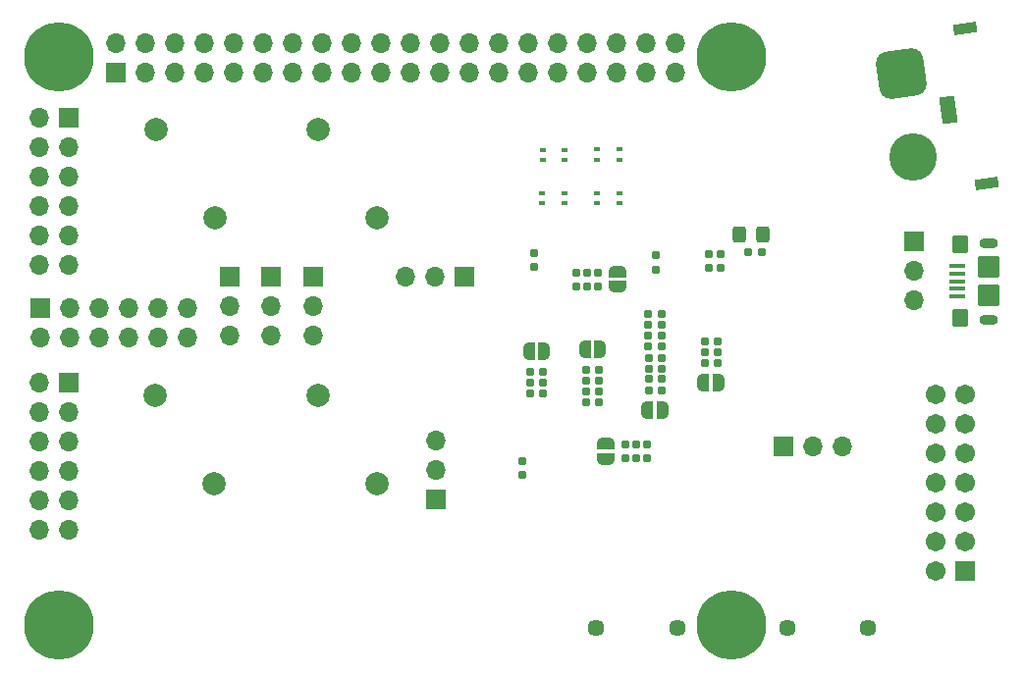
<source format=gts>
%TF.GenerationSoftware,KiCad,Pcbnew,8.0.2*%
%TF.CreationDate,2024-09-16T20:23:21-04:00*%
%TF.ProjectId,fpga,66706761-2e6b-4696-9361-645f70636258,rev?*%
%TF.SameCoordinates,Original*%
%TF.FileFunction,Soldermask,Top*%
%TF.FilePolarity,Negative*%
%FSLAX46Y46*%
G04 Gerber Fmt 4.6, Leading zero omitted, Abs format (unit mm)*
G04 Created by KiCad (PCBNEW 8.0.2) date 2024-09-16 20:23:21*
%MOMM*%
%LPD*%
G01*
G04 APERTURE LIST*
G04 Aperture macros list*
%AMRoundRect*
0 Rectangle with rounded corners*
0 $1 Rounding radius*
0 $2 $3 $4 $5 $6 $7 $8 $9 X,Y pos of 4 corners*
0 Add a 4 corners polygon primitive as box body*
4,1,4,$2,$3,$4,$5,$6,$7,$8,$9,$2,$3,0*
0 Add four circle primitives for the rounded corners*
1,1,$1+$1,$2,$3*
1,1,$1+$1,$4,$5*
1,1,$1+$1,$6,$7*
1,1,$1+$1,$8,$9*
0 Add four rect primitives between the rounded corners*
20,1,$1+$1,$2,$3,$4,$5,0*
20,1,$1+$1,$4,$5,$6,$7,0*
20,1,$1+$1,$6,$7,$8,$9,0*
20,1,$1+$1,$8,$9,$2,$3,0*%
%AMRotRect*
0 Rectangle, with rotation*
0 The origin of the aperture is its center*
0 $1 length*
0 $2 width*
0 $3 Rotation angle, in degrees counterclockwise*
0 Add horizontal line*
21,1,$1,$2,0,0,$3*%
%AMFreePoly0*
4,1,19,0.500000,-0.750000,0.000000,-0.750000,0.000000,-0.744911,-0.071157,-0.744911,-0.207708,-0.704816,-0.327430,-0.627875,-0.420627,-0.520320,-0.479746,-0.390866,-0.500000,-0.250000,-0.500000,0.250000,-0.479746,0.390866,-0.420627,0.520320,-0.327430,0.627875,-0.207708,0.704816,-0.071157,0.744911,0.000000,0.744911,0.000000,0.750000,0.500000,0.750000,0.500000,-0.750000,0.500000,-0.750000,
$1*%
%AMFreePoly1*
4,1,19,0.000000,0.744911,0.071157,0.744911,0.207708,0.704816,0.327430,0.627875,0.420627,0.520320,0.479746,0.390866,0.500000,0.250000,0.500000,-0.250000,0.479746,-0.390866,0.420627,-0.520320,0.327430,-0.627875,0.207708,-0.704816,0.071157,-0.744911,0.000000,-0.744911,0.000000,-0.750000,-0.500000,-0.750000,-0.500000,0.750000,0.000000,0.750000,0.000000,0.744911,0.000000,0.744911,
$1*%
G04 Aperture macros list end*
%ADD10RoundRect,0.160000X0.160000X-0.197500X0.160000X0.197500X-0.160000X0.197500X-0.160000X-0.197500X0*%
%ADD11C,1.450000*%
%ADD12C,6.000000*%
%ADD13C,2.000000*%
%ADD14RotRect,0.900000X2.000000X278.000000*%
%ADD15RoundRect,1.025000X-1.157677X0.872372X-0.872372X-1.157677X1.157677X-0.872372X0.872372X1.157677X0*%
%ADD16C,4.100000*%
%ADD17RotRect,2.300000X1.300000X278.000000*%
%ADD18FreePoly0,180.000000*%
%ADD19FreePoly1,180.000000*%
%ADD20R,1.700000X1.700000*%
%ADD21O,1.700000X1.700000*%
%ADD22FreePoly0,90.000000*%
%ADD23FreePoly1,90.000000*%
%ADD24RoundRect,0.250000X0.325000X0.450000X-0.325000X0.450000X-0.325000X-0.450000X0.325000X-0.450000X0*%
%ADD25RoundRect,0.160000X-0.160000X0.197500X-0.160000X-0.197500X0.160000X-0.197500X0.160000X0.197500X0*%
%ADD26RoundRect,0.155000X0.155000X-0.212500X0.155000X0.212500X-0.155000X0.212500X-0.155000X-0.212500X0*%
%ADD27RoundRect,0.155000X-0.155000X0.212500X-0.155000X-0.212500X0.155000X-0.212500X0.155000X0.212500X0*%
%ADD28RoundRect,0.155000X-0.212500X-0.155000X0.212500X-0.155000X0.212500X0.155000X-0.212500X0.155000X0*%
%ADD29R,0.584200X0.406400*%
%ADD30FreePoly0,0.000000*%
%ADD31FreePoly1,0.000000*%
%ADD32RoundRect,0.102000X0.754000X-0.754000X0.754000X0.754000X-0.754000X0.754000X-0.754000X-0.754000X0*%
%ADD33C,1.712000*%
%ADD34RoundRect,0.155000X0.212500X0.155000X-0.212500X0.155000X-0.212500X-0.155000X0.212500X-0.155000X0*%
%ADD35RoundRect,0.100000X0.575000X-0.100000X0.575000X0.100000X-0.575000X0.100000X-0.575000X-0.100000X0*%
%ADD36O,1.600000X0.900000*%
%ADD37RoundRect,0.250000X0.450000X-0.550000X0.450000X0.550000X-0.450000X0.550000X-0.450000X-0.550000X0*%
%ADD38RoundRect,0.250000X0.700000X-0.700000X0.700000X0.700000X-0.700000X0.700000X-0.700000X-0.700000X0*%
%ADD39RoundRect,0.160000X0.197500X0.160000X-0.197500X0.160000X-0.197500X-0.160000X0.197500X-0.160000X0*%
G04 APERTURE END LIST*
D10*
%TO.C,R11*%
X114678031Y-55741207D03*
X114678031Y-54546207D03*
%TD*%
D11*
%TO.C,J4*%
X126025149Y-86707451D03*
X133025149Y-86707451D03*
%TD*%
D12*
%TO.C,J9*%
X63259600Y-37436200D03*
X63259600Y-86436200D03*
X121259600Y-37436200D03*
X121259600Y-86436200D03*
%TD*%
D13*
%TO.C,SW2*%
X90678000Y-51257200D03*
X85598000Y-43637200D03*
%TD*%
D11*
%TO.C,J2*%
X109581749Y-86707451D03*
X116581749Y-86707451D03*
%TD*%
D14*
%TO.C,XT60M*%
X141359388Y-34925000D03*
X143238225Y-48293619D03*
D15*
X135856175Y-38879383D03*
D16*
X136858221Y-46009313D03*
D17*
X139971677Y-41936366D03*
%TD*%
D18*
%TO.C,JP7*%
X109879087Y-62648807D03*
D19*
X108579087Y-62648807D03*
%TD*%
D10*
%TO.C,R10*%
X119297889Y-55600907D03*
X119297889Y-54405907D03*
%TD*%
D20*
%TO.C,SW9*%
X77935000Y-56344200D03*
D21*
X77935000Y-58884200D03*
X77935000Y-61424200D03*
%TD*%
D22*
%TO.C,JP9*%
X110382487Y-72097607D03*
D23*
X110382487Y-70797607D03*
%TD*%
D24*
%TO.C,D1*%
X123974431Y-52742807D03*
X121924431Y-52742807D03*
%TD*%
D25*
%TO.C,R3*%
X120263089Y-54405907D03*
X120263089Y-55600907D03*
%TD*%
D26*
%TO.C,C16*%
X113992287Y-72008807D03*
X113992287Y-70873807D03*
%TD*%
D20*
%TO.C,SW11*%
X85149800Y-56343000D03*
D21*
X85149800Y-58883000D03*
X85149800Y-61423000D03*
%TD*%
D18*
%TO.C,JP5*%
X105053087Y-62826607D03*
D19*
X103753087Y-62826607D03*
%TD*%
D27*
%TO.C,C20*%
X109696689Y-56044807D03*
X109696689Y-57179807D03*
%TD*%
D20*
%TO.C,J5*%
X64103600Y-42628200D03*
D21*
X61563600Y-42628200D03*
X64103600Y-45168200D03*
X61563600Y-45168200D03*
X64103600Y-47708200D03*
X61563600Y-47708200D03*
X64103600Y-50248200D03*
X61563600Y-50248200D03*
X64103600Y-52788200D03*
X61563600Y-52788200D03*
X64103600Y-55328200D03*
X61563600Y-55328200D03*
%TD*%
D20*
%TO.C,J8*%
X61628200Y-59087400D03*
D21*
X61628200Y-61627400D03*
X64168200Y-59087400D03*
X64168200Y-61627400D03*
X66708200Y-59087400D03*
X66708200Y-61627400D03*
X69248200Y-59087400D03*
X69248200Y-61627400D03*
X71788200Y-59087400D03*
X71788200Y-61627400D03*
X74328200Y-59087400D03*
X74328200Y-61627400D03*
%TD*%
D28*
%TO.C,C25*%
X103862687Y-66408007D03*
X104997687Y-66408007D03*
%TD*%
D29*
%TO.C,LED2*%
X106871000Y-45404001D03*
X106871000Y-46303999D03*
X104940600Y-46303999D03*
X104940600Y-45404001D03*
%TD*%
D13*
%TO.C,SW8*%
X76657200Y-51257200D03*
X71577200Y-43637200D03*
%TD*%
D28*
%TO.C,C4*%
X108663287Y-66241407D03*
X109798287Y-66241407D03*
%TD*%
D27*
%TO.C,C22*%
X107817089Y-56044807D03*
X107817089Y-57179807D03*
%TD*%
D30*
%TO.C,JP8*%
X113989287Y-67881207D03*
D31*
X115289287Y-67881207D03*
%TD*%
D26*
%TO.C,C14*%
X112109687Y-72008807D03*
X112109687Y-70873807D03*
%TD*%
D28*
%TO.C,C1*%
X108663287Y-64376007D03*
X109798287Y-64376007D03*
%TD*%
D32*
%TO.C,J1*%
X141358800Y-81769600D03*
D33*
X138818800Y-81769600D03*
X141358800Y-79229600D03*
X138818800Y-79229600D03*
X141358800Y-76689600D03*
X138818800Y-76689600D03*
X141358800Y-74149600D03*
X138818800Y-74149600D03*
X141358800Y-71609600D03*
X138818800Y-71609600D03*
X141358800Y-69069600D03*
X138818800Y-69069600D03*
X141358800Y-66529600D03*
X138818800Y-66529600D03*
%TD*%
D28*
%TO.C,C3*%
X108663287Y-65315807D03*
X109798287Y-65315807D03*
%TD*%
D34*
%TO.C,C18*%
X120055287Y-62888607D03*
X118920287Y-62888607D03*
%TD*%
D20*
%TO.C,SW3*%
X136956800Y-53340000D03*
D21*
X136956800Y-55880000D03*
X136956800Y-58420000D03*
%TD*%
D34*
%TO.C,C17*%
X120055287Y-63817207D03*
X118920287Y-63817207D03*
%TD*%
%TO.C,C6*%
X115217187Y-66154007D03*
X114082187Y-66154007D03*
%TD*%
D29*
%TO.C,LED3*%
X111584500Y-45385400D03*
X111584500Y-46285398D03*
X109654100Y-46285398D03*
X109654100Y-45385400D03*
%TD*%
D20*
%TO.C,SW5*%
X98221800Y-56337200D03*
D21*
X95681800Y-56337200D03*
X93141800Y-56337200D03*
%TD*%
D34*
%TO.C,C8*%
X115217187Y-64285607D03*
X114082187Y-64285607D03*
%TD*%
D28*
%TO.C,C5*%
X108663287Y-67170007D03*
X109798287Y-67170007D03*
%TD*%
D30*
%TO.C,JP4*%
X118810687Y-65544407D03*
D31*
X120110687Y-65544407D03*
%TD*%
D20*
%TO.C,SW10*%
X81544800Y-56343000D03*
D21*
X81544800Y-58883000D03*
X81544800Y-61423000D03*
%TD*%
D28*
%TO.C,C23*%
X103862687Y-64553807D03*
X104997687Y-64553807D03*
%TD*%
D34*
%TO.C,C13*%
X115201387Y-59626207D03*
X114066387Y-59626207D03*
%TD*%
D10*
%TO.C,R5*%
X104187831Y-55550107D03*
X104187831Y-54355107D03*
%TD*%
D34*
%TO.C,C10*%
X115208487Y-62420207D03*
X114073487Y-62420207D03*
%TD*%
%TO.C,C7*%
X115217187Y-65214207D03*
X114082187Y-65214207D03*
%TD*%
D22*
%TO.C,JP6*%
X111423889Y-57253607D03*
D23*
X111423889Y-55953607D03*
%TD*%
D29*
%TO.C,LED1*%
X106845600Y-49139001D03*
X106845600Y-50038999D03*
X104915200Y-50038999D03*
X104915200Y-49139001D03*
%TD*%
D35*
%TO.C,J3*%
X140719600Y-58051600D03*
X140719600Y-57401600D03*
X140719600Y-56751600D03*
X140719600Y-56101600D03*
X140719600Y-55451600D03*
D36*
X143394600Y-60051600D03*
D37*
X140944600Y-59951600D03*
D38*
X143394600Y-57951600D03*
X143394600Y-55551600D03*
D37*
X140944600Y-53551600D03*
D36*
X143394600Y-53451600D03*
%TD*%
D34*
%TO.C,C12*%
X115208487Y-60551807D03*
X114073487Y-60551807D03*
%TD*%
%TO.C,C19*%
X120055287Y-61963007D03*
X118920287Y-61963007D03*
%TD*%
D13*
%TO.C,SW6*%
X76655800Y-74191200D03*
X71575800Y-66571200D03*
%TD*%
D25*
%TO.C,R9*%
X103194289Y-72312907D03*
X103194289Y-73507907D03*
%TD*%
D20*
%TO.C,SW4*%
X125755400Y-71033701D03*
D21*
X128295400Y-71033701D03*
X130835400Y-71033701D03*
%TD*%
D39*
%TO.C,R4*%
X123898231Y-54241407D03*
X122703231Y-54241407D03*
%TD*%
D20*
%TO.C,J6*%
X64103600Y-65513200D03*
D21*
X61563600Y-65513200D03*
X64103600Y-68053200D03*
X61563600Y-68053200D03*
X64103600Y-70593200D03*
X61563600Y-70593200D03*
X64103600Y-73133200D03*
X61563600Y-73133200D03*
X64103600Y-75673200D03*
X61563600Y-75673200D03*
X64103600Y-78213200D03*
X61563600Y-78213200D03*
%TD*%
D26*
%TO.C,C15*%
X113049487Y-72008807D03*
X113049487Y-70873807D03*
%TD*%
D29*
%TO.C,LED4*%
X111584500Y-49143400D03*
X111584500Y-50043398D03*
X109654100Y-50043398D03*
X109654100Y-49143400D03*
%TD*%
D20*
%TO.C,SW1*%
X95740400Y-75622800D03*
D21*
X95740400Y-73082800D03*
X95740400Y-70542800D03*
%TD*%
D13*
%TO.C,SW7*%
X90676600Y-74200400D03*
X85596600Y-66580400D03*
%TD*%
D34*
%TO.C,C9*%
X115217187Y-63360007D03*
X114082187Y-63360007D03*
%TD*%
D27*
%TO.C,C21*%
X108756889Y-56044807D03*
X108756889Y-57179807D03*
%TD*%
D28*
%TO.C,C24*%
X103862687Y-65482407D03*
X104997687Y-65482407D03*
%TD*%
D34*
%TO.C,C11*%
X115208487Y-61480407D03*
X114073487Y-61480407D03*
%TD*%
D20*
%TO.C,J7*%
X68156000Y-38742000D03*
D21*
X68156000Y-36202000D03*
X70696000Y-38742000D03*
X70696000Y-36202000D03*
X73236000Y-38742000D03*
X73236000Y-36202000D03*
X75776000Y-38742000D03*
X75776000Y-36202000D03*
X78316000Y-38742000D03*
X78316000Y-36202000D03*
X80856000Y-38742000D03*
X80856000Y-36202000D03*
X83396000Y-38742000D03*
X83396000Y-36202000D03*
X85936000Y-38742000D03*
X85936000Y-36202000D03*
X88476000Y-38742000D03*
X88476000Y-36202000D03*
X91016000Y-38742000D03*
X91016000Y-36202000D03*
X93556000Y-38742000D03*
X93556000Y-36202000D03*
X96096000Y-38742000D03*
X96096000Y-36202000D03*
X98636000Y-38742000D03*
X98636000Y-36202000D03*
X101176000Y-38742000D03*
X101176000Y-36202000D03*
X103716000Y-38742000D03*
X103716000Y-36202000D03*
X106256000Y-38742000D03*
X106256000Y-36202000D03*
X108796000Y-38742000D03*
X108796000Y-36202000D03*
X111336000Y-38742000D03*
X111336000Y-36202000D03*
X113876000Y-38742000D03*
X113876000Y-36202000D03*
X116416000Y-38742000D03*
X116416000Y-36202000D03*
%TD*%
M02*

</source>
